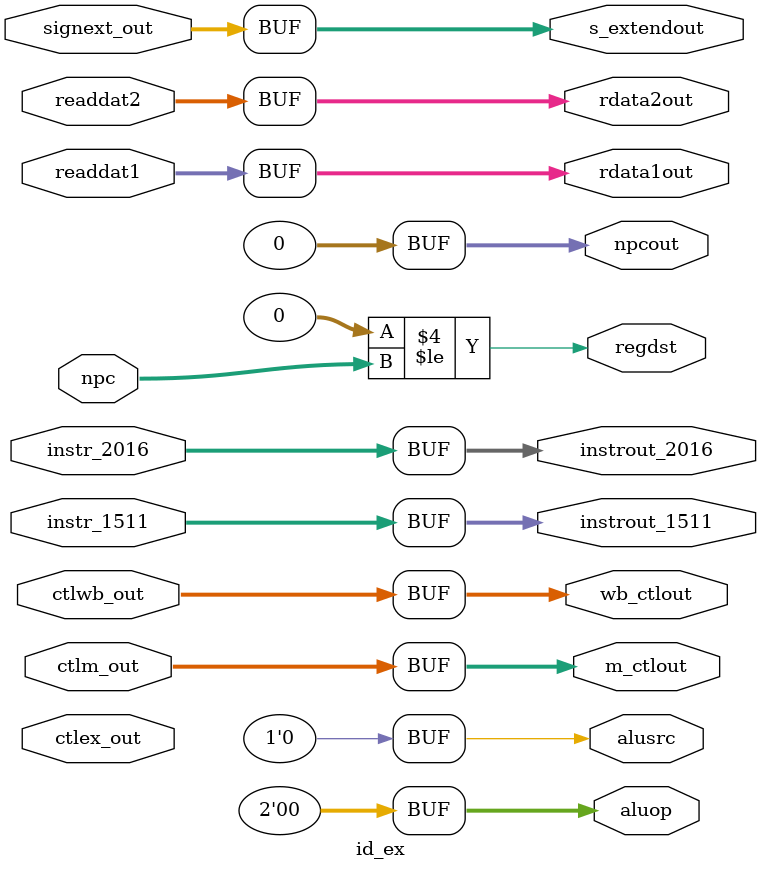
<source format=v>
`timescale 1ns / 1ps
/*   id_ex.v  */
module id_ex(
	input		wire 	[1:0]		ctlwb_out,
	input		wire 	[2:0]		ctlm_out,
	input		wire 	[3:0]		ctlex_out,
	input		wire 	[31:0]	npc, readdat1, readdat2, signext_out,
	input		wire	[4:0]		instr_2016, instr_1511,
	output	reg	[1:0]		wb_ctlout,
	output	reg	[2:0]		m_ctlout,
	output	reg				regdst, alusrc,
	output	reg	[1:0]		aluop, 
	output	reg 	[31:0]	npcout, rdata1out, rdata2out, s_extendout,
	output	reg	[4:0]		instrout_2016, instrout_1511
 );
		
initial 
begin
      //Assign 0's to everything
  		wb_ctlout <= 2'b0;
	  	m_ctlout <= 3'b0; //Based on figure 2.3
	  	regdst <= 1'b0; // Figure 2.2
	  	aluop <=  2'b0;
	  	alusrc <= 1'b0;
	  	npcout <= 32'b0; //All below based on figure 2.6
	  	rdata1out <=  32'b0;
	  	rdata2out <=  32'b0;
	  	s_extendout <= 32'b0;
		  instrout_2016 <= 5'b0;
		  instrout_1511 <= 5'b0;
end

always @ * 
begin
     //Wire the inputs to the outputs corresponding outputs based on figre 2.6
 		 #1
	 	 wb_ctlout <= ctlwb_out;
		 m_ctlout <= ctlm_out;
		 regdst <= 
		 aluop <= //figure 2.2 ALUOP contril bit
		 alusrc <= 
		 npcout <= npc;
		 rdata1out <= readdat1;
		 rdata2out <= readdat2;
		 s_extendout <= signext_out;
		 instrout_2016 <= instr_2016;
		 instrout_1511 <= instr_1511;
end
endmodule //id_ex

</source>
